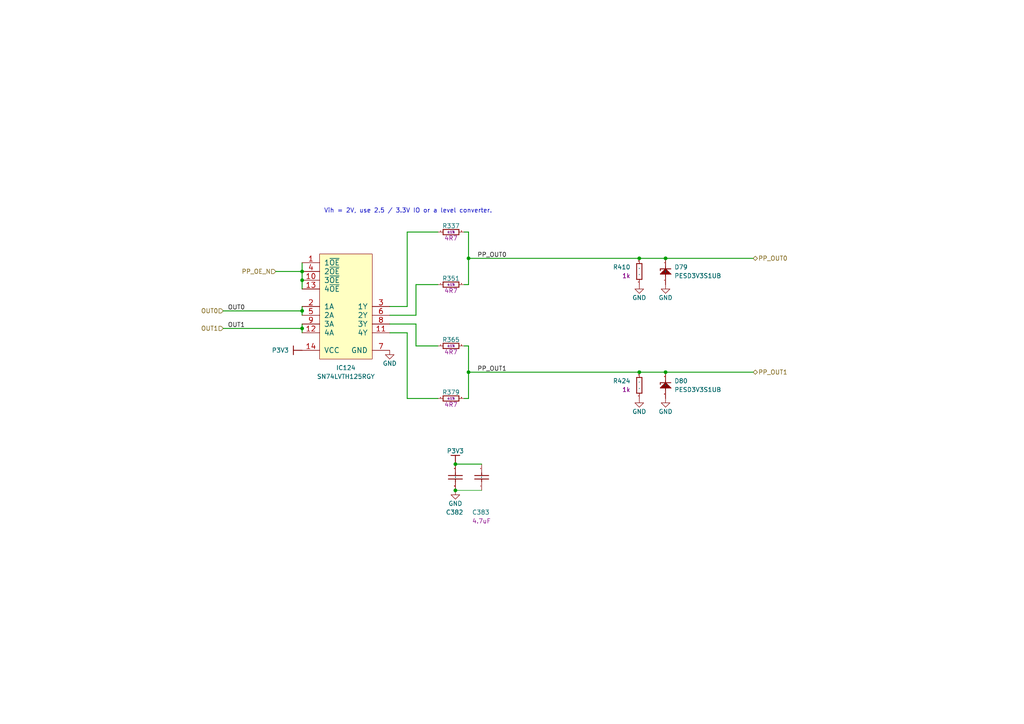
<source format=kicad_sch>
(kicad_sch (version 20250114) (generator "eeschema") (generator_version "9.0")
  (paper "A4")
  (lib_symbols
    (symbol "Capacitors SMD:CC0402_100NF_16V_10%_X7R" (pin_names (offset 1.27))
      (property "Reference" "C" (at 3.81 3.048 0))
      (property "Description" "100nF" (at 3.81 -3.048 0))
      (symbol "CC0402_100NF_16V_10%_X7R_0_1"
        (polyline (pts (xy 2.54 0) (xy 3.302 0)) (stroke (width 0.254)))
        (polyline (pts (xy 3.302 -2.032) (xy 3.302 2.032)) (stroke (width 0.254)))
        (polyline (pts (xy 4.318 2.032) (xy 4.318 -2.032)) (stroke (width 0.254)))
        (polyline (pts (xy 5.08 0) (xy 4.318 0)) (stroke (width 0.254)))
        (pin passive line (at 0 0 0) (length 2.54) (name "1") (number "1"))
        (pin passive line (at 7.62 0 180) (length 2.54) (name "2") (number "2"))
      )
    )
    (symbol "Capacitors SMD:CC0402_4.7UF_6.3V_20%_X5R" (pin_names (offset 1.27))
      (property "Reference" "C" (at 3.81 3.048 0))
      (property "Val" "4.7uF" (at 3.81 -3.048 0))
      (symbol "CC0402_4.7UF_6.3V_20%_X5R_0_1"
        (polyline (pts (xy 2.54 0) (xy 3.302 0)) (stroke (width 0.254)))
        (polyline (pts (xy 3.302 -2.032) (xy 3.302 2.032)) (stroke (width 0.254)))
        (polyline (pts (xy 4.318 2.032) (xy 4.318 -2.032)) (stroke (width 0.254)))
        (polyline (pts (xy 5.08 0) (xy 4.318 0)) (stroke (width 0.254)))
        (pin passive line (at 0 0 0) (length 2.54) (name "1") (number "1"))
        (pin passive line (at 7.62 0 180) (length 2.54) (name "2") (number "2"))
      )
    )
    (symbol "Diodes:PESD3V3S1UB" (pin_names (offset 1.27))
      (property "Reference" "D" (at 3.81 2.54 0))
      (symbol "PESD3V3S1UB_0_1"
        (polyline (pts (xy 2.54 0) (xy 5.08 0)) (stroke (width 0.254)))
        (polyline (pts (xy 3.048 -1.524) (xy 4.572 0) (xy 3.048 1.524) (xy 3.048 -1.524)) (stroke (width 0.254)) (fill (type outline)))
        (polyline (pts (xy 4.572 1.524) (xy 4.064 1.524)) (stroke (width 0.254)))
        (polyline (pts (xy 4.572 1.524) (xy 4.572 -1.524)) (stroke (width 0.254)))
        (pin passive line (at 0 0 0) (length 2.54) (name "A") (number "2"))
        (pin passive line (at 7.62 0 180) (length 2.54) (name "C") (number "1"))
      )
    )
    (symbol "R0402_1K_1%_0.0625W_100PPM_4" (pin_names (offset 1.27))
      (property "Reference" "R" (at 3.81 1.778 0))
      (property "Tolerance" "±1%" (at 3.81 0 0))
      (property "Val" "1k" (at 3.81 -1.778 0))
      (symbol "R0402_1K_1%_0.0625W_100PPM_4_0_1"
        (polyline (pts (xy 1.524 0.762) (xy 1.524 -0.762)) (stroke (width 0.254)))
        (polyline (pts (xy 1.524 -0.762) (xy 6.096 -0.762)) (stroke (width 0.254)))
        (polyline (pts (xy 6.096 0.762) (xy 1.524 0.762)) (stroke (width 0.254)))
        (polyline (pts (xy 6.096 -0.762) (xy 6.096 0.762)) (stroke (width 0.254)))
        (pin passive line (at 0 0 0) (length 1.524) (name "1") (number "1"))
        (pin passive line (at 7.62 0 180) (length 1.524) (name "2") (number "2"))
      )
    )
    (symbol "R0402_1K_1%_0.0625W_100PPM_5" (pin_names (offset 1.27))
      (property "Reference" "R" (at 3.81 1.778 0))
      (property "Tolerance" "±1%" (at 3.81 0 0))
      (property "Val" "1k" (at 3.81 -1.778 0))
      (symbol "R0402_1K_1%_0.0625W_100PPM_5_0_1"
        (polyline (pts (xy 1.524 0.762) (xy 1.524 -0.762)) (stroke (width 0.254)))
        (polyline (pts (xy 1.524 -0.762) (xy 6.096 -0.762)) (stroke (width 0.254)))
        (polyline (pts (xy 6.096 0.762) (xy 1.524 0.762)) (stroke (width 0.254)))
        (polyline (pts (xy 6.096 -0.762) (xy 6.096 0.762)) (stroke (width 0.254)))
        (pin passive line (at 0 0 0) (length 1.524) (name "1") (number "1"))
        (pin passive line (at 7.62 0 180) (length 1.524) (name "2") (number "2"))
      )
    )
    (symbol "R0402_4R7_1%_0.0625W_200PPM_1" (pin_names (offset 1.27))
      (property "Reference" "R" (at 3.81 1.778 0))
      (property "Tolerance" "±1%" (at 3.81 0 0))
      (property "Val" "4R7" (at 3.81 -1.778 0))
      (symbol "R0402_4R7_1%_0.0625W_200PPM_1_0_1"
        (polyline (pts (xy 1.524 0.762) (xy 1.524 -0.762)) (stroke (width 0.254)))
        (polyline (pts (xy 1.524 -0.762) (xy 6.096 -0.762)) (stroke (width 0.254)))
        (polyline (pts (xy 6.096 0.762) (xy 1.524 0.762)) (stroke (width 0.254)))
        (polyline (pts (xy 6.096 -0.762) (xy 6.096 0.762)) (stroke (width 0.254)))
        (pin passive line (at 0 0 0) (length 1.524) (name "1") (number "1"))
        (pin passive line (at 7.62 0 180) (length 1.524) (name "2") (number "2"))
      )
    )
    (symbol "R0402_4R7_1%_0.0625W_200PPM_10" (pin_names (offset 1.27))
      (property "Reference" "R" (at 3.81 1.778 0))
      (property "Tolerance" "±1%" (at 3.81 0 0))
      (property "Val" "4R7" (at 3.81 -1.778 0))
      (symbol "R0402_4R7_1%_0.0625W_200PPM_10_0_1"
        (polyline (pts (xy 1.524 0.762) (xy 1.524 -0.762)) (stroke (width 0.254)))
        (polyline (pts (xy 1.524 -0.762) (xy 6.096 -0.762)) (stroke (width 0.254)))
        (polyline (pts (xy 6.096 0.762) (xy 1.524 0.762)) (stroke (width 0.254)))
        (polyline (pts (xy 6.096 -0.762) (xy 6.096 0.762)) (stroke (width 0.254)))
        (pin passive line (at 0 0 0) (length 1.524) (name "1") (number "1"))
        (pin passive line (at 7.62 0 180) (length 1.524) (name "2") (number "2"))
      )
    )
    (symbol "R0402_4R7_1%_0.0625W_200PPM_5" (pin_names (offset 1.27))
      (property "Reference" "R" (at 3.81 1.778 0))
      (property "Tolerance" "±1%" (at 3.81 0 0))
      (property "Val" "4R7" (at 3.81 -1.778 0))
      (symbol "R0402_4R7_1%_0.0625W_200PPM_5_0_1"
        (polyline (pts (xy 1.524 0.762) (xy 1.524 -0.762)) (stroke (width 0.254)))
        (polyline (pts (xy 1.524 -0.762) (xy 6.096 -0.762)) (stroke (width 0.254)))
        (polyline (pts (xy 6.096 0.762) (xy 1.524 0.762)) (stroke (width 0.254)))
        (polyline (pts (xy 6.096 -0.762) (xy 6.096 0.762)) (stroke (width 0.254)))
        (pin passive line (at 0 0 0) (length 1.524) (name "1") (number "1"))
        (pin passive line (at 7.62 0 180) (length 1.524) (name "2") (number "2"))
      )
    )
    (symbol "R0402_4R7_1%_0.0625W_200PPM_9" (pin_names (offset 1.27))
      (property "Reference" "R" (at 3.81 1.778 0))
      (property "Tolerance" "±1%" (at 3.81 0 0))
      (property "Val" "4R7" (at 3.81 -1.778 0))
      (symbol "R0402_4R7_1%_0.0625W_200PPM_9_0_1"
        (polyline (pts (xy 1.524 0.762) (xy 1.524 -0.762)) (stroke (width 0.254)))
        (polyline (pts (xy 1.524 -0.762) (xy 6.096 -0.762)) (stroke (width 0.254)))
        (polyline (pts (xy 6.096 0.762) (xy 1.524 0.762)) (stroke (width 0.254)))
        (polyline (pts (xy 6.096 -0.762) (xy 6.096 0.762)) (stroke (width 0.254)))
        (pin passive line (at 0 0 0) (length 1.524) (name "1") (number "1"))
        (pin passive line (at 7.62 0 180) (length 1.524) (name "2") (number "2"))
      )
    )
    (symbol "Standard Logic:SN74LVTH125RGY" (pin_names (offset 1.27))
      (property "Reference" "IC" (at 7.62 1.27 0))
      (symbol "SN74LVTH125RGY_0_1"
        (rectangle (start 0 -30.48) (end 15.24 0) (fill (type background)))
        (pin input line (at -5.08 -2.54 0) (length 5.08) (name "1~{OE}") (number "1"))
        (pin input line (at -5.08 -5.08 0) (length 5.08) (name "2~{OE}") (number "4"))
        (pin input line (at -5.08 -7.62 0) (length 5.08) (name "3~{OE}") (number "10"))
        (pin input line (at -5.08 -10.16 0) (length 5.08) (name "4~{OE}") (number "13"))
        (pin input line (at -5.08 -15.24 0) (length 5.08) (name "1A") (number "2"))
        (pin input line (at -5.08 -17.78 0) (length 5.08) (name "2A") (number "5"))
        (pin input line (at -5.08 -20.32 0) (length 5.08) (name "3A") (number "9"))
        (pin input line (at -5.08 -22.86 0) (length 5.08) (name "4A") (number "12"))
        (pin power_in line (at -5.08 -27.94 0) (length 5.08) (name "VCC") (number "14"))
        (pin tri_state line (at 20.32 -15.24 180) (length 5.08) (name "1Y") (number "3"))
        (pin tri_state line (at 20.32 -17.78 180) (length 5.08) (name "2Y") (number "6"))
        (pin tri_state line (at 20.32 -20.32 180) (length 5.08) (name "3Y") (number "8"))
        (pin tri_state line (at 20.32 -22.86 180) (length 5.08) (name "4Y") (number "11"))
        (pin power_in line (at 20.32 -27.94 180) (length 5.08) (name "GND") (number "7"))
      )
    )
    (symbol "power:GND" (power) (pin_names (offset 0))
      (property "Value" "GND" (at 0 -3.81 0))
      (symbol "GND_0_1"
        (polyline (pts (xy 0 0) (xy 0 -1.27) (xy 1.27 -1.27) (xy 0 -2.54) (xy -1.27 -1.27) (xy 0 -1.27)))
      )
      (symbol "GND_1_1"
        (pin power_in line (at 0 0 270) (length 0) (hide yes) (name "GND") (number "1"))
      )
    )
    (symbol "vme-wren:P3V3" (power)
      (property "Value" "P3V3" (at 0 -3.81 0))
      (symbol "P3V3_0_0"
        (polyline (pts (xy -1.27 -2.54) (xy 1.27 -2.54)) (stroke (width 0.254)))
        (polyline (pts (xy 0 0) (xy 0 -2.54)) (stroke (width 0.254)))
        (pin power_in line (at 0 0 0) (length 0) (hide yes) (name "P3V3") (number ""))
      )
    )
  )
  (text "Vih = 2V, use 2.5 / 3.3V IO or a level converter." (at 118.364 61.214 0) (effects (font (size 1.27 1.27))))
  (junction (at 135.89 107.95))
  (junction (at 132.08 134.62))
  (junction (at 132.08 142.24))
  (junction (at 193.04 74.93))
  (junction (at 87.63 90.17))
  (junction (at 185.42 74.93))
  (junction (at 87.63 81.28))
  (junction (at 135.89 74.93))
  (junction (at 193.04 107.95))
  (junction (at 87.63 78.74))
  (junction (at 185.42 107.95))
  (junction (at 87.63 95.25))
  (wire (pts (xy 87.63 93.98) (xy 87.63 95.25)) (stroke (width 0.254)))
  (wire (pts (xy 135.89 107.95) (xy 185.42 107.95)) (stroke (width 0.254)))
  (wire (pts (xy 218.44 107.95) (xy 193.04 107.95)) (stroke (width 0.254)))
  (wire (pts (xy 87.63 90.17) (xy 87.63 91.44)) (stroke (width 0.254)))
  (wire (pts (xy 135.89 107.95) (xy 135.89 115.57)) (stroke (width 0.254)))
  (wire (pts (xy 87.63 95.25) (xy 87.63 96.52)) (stroke (width 0.254)))
  (wire (pts (xy 113.03 93.98) (xy 120.65 93.98)) (stroke (width 0.254)))
  (wire (pts (xy 135.89 82.55) (xy 134.62 82.55)) (stroke (width 0.254)))
  (wire (pts (xy 185.42 107.95) (xy 193.04 107.95)) (stroke (width 0.254)))
  (wire (pts (xy 120.65 82.55) (xy 127 82.55)) (stroke (width 0.254)))
  (wire (pts (xy 118.11 88.9) (xy 113.03 88.9)) (stroke (width 0.254)))
  (wire (pts (xy 135.89 100.33) (xy 135.89 107.95)) (stroke (width 0.254)))
  (wire (pts (xy 118.11 115.57) (xy 127 115.57)) (stroke (width 0.254)))
  (wire (pts (xy 113.03 91.44) (xy 120.65 91.44)) (stroke (width 0.254)))
  (wire (pts (xy 120.65 100.33) (xy 127 100.33)) (stroke (width 0.254)))
  (wire (pts (xy 135.89 115.57) (xy 134.62 115.57)) (stroke (width 0.254)))
  (wire (pts (xy 113.03 96.52) (xy 118.11 96.52)) (stroke (width 0.254)))
  (wire (pts (xy 80.01 78.74) (xy 87.63 78.74)) (stroke (width 0.254)))
  (wire (pts (xy 127 67.31) (xy 118.11 67.31)) (stroke (width 0.254)))
  (wire (pts (xy 134.62 67.31) (xy 135.89 67.31)) (stroke (width 0.254)))
  (wire (pts (xy 64.77 95.25) (xy 87.63 95.25)) (stroke (width 0.254)))
  (wire (pts (xy 87.63 88.9) (xy 87.63 90.17)) (stroke (width 0.254)))
  (wire (pts (xy 87.63 78.74) (xy 87.63 81.28)) (stroke (width 0.254)))
  (wire (pts (xy 134.62 100.33) (xy 135.89 100.33)) (stroke (width 0.254)))
  (wire (pts (xy 87.63 90.17) (xy 64.77 90.17)) (stroke (width 0.254)))
  (wire (pts (xy 185.42 74.93) (xy 193.04 74.93)) (stroke (width 0.254)))
  (wire (pts (xy 132.08 142.24) (xy 139.7 142.24)))
  (wire (pts (xy 120.65 91.44) (xy 120.65 82.55)) (stroke (width 0.254)))
  (wire (pts (xy 118.11 67.31) (xy 118.11 88.9)) (stroke (width 0.254)))
  (wire (pts (xy 87.63 81.28) (xy 87.63 83.82)) (stroke (width 0.254)))
  (wire (pts (xy 120.65 93.98) (xy 120.65 100.33)) (stroke (width 0.254)))
  (wire (pts (xy 135.89 67.31) (xy 135.89 74.93)) (stroke (width 0.254)))
  (wire (pts (xy 193.04 74.93) (xy 218.44 74.93)) (stroke (width 0.254)))
  (wire (pts (xy 135.89 74.93) (xy 135.89 82.55)) (stroke (width 0.254)))
  (wire (pts (xy 87.63 76.2) (xy 87.63 78.74)) (stroke (width 0.254)))
  (wire (pts (xy 135.89 74.93) (xy 185.42 74.93)) (stroke (width 0.254)))
  (wire (pts (xy 132.08 134.62) (xy 139.7 134.62)) (stroke (width 0.254)))
  (wire (pts (xy 118.11 96.52) (xy 118.11 115.57)) (stroke (width 0.254)))
  (label "PP_OUT0" (at 138.43 74.93 0))
  (label "PP_OUT1" (at 138.43 107.95 0))
  (label "OUT0" (at 66.04 90.17 0))
  (label "OUT1" (at 66.04 95.25 0))
  (hierarchical_label "OUT0" (shape input) (at 64.77 90.17 180))
  (hierarchical_label "PP_OUT0" (shape bidirectional) (at 218.44 74.93 0))
  (hierarchical_label "OUT1" (shape input) (at 64.77 95.25 180))
  (hierarchical_label "PP_OE_N" (shape input) (at 80.01 78.74 180))
  (hierarchical_label "PP_OUT1" (shape bidirectional) (at 218.44 107.95 0))
  (symbol (lib_id "Capacitors SMD:CC0402_4.7UF_6.3V_20%_X5R") (at 139.7 142.24 90) (unit 1)
    (property "Reference" "C381" (at 136.906 148.5899 90) (effects (justify right)))
    (property "Value" "CC0402_4.7UF_6.3V_20%_X5R" (effects (hide yes)))
    (property "Footprint" "Capacitors SMD:CAPC1005X55N" (effects (hide yes)))
    (property "SMD" "Yes" (effects (hide yes)))
    (property "Val" "4.7uF" (at 136.906 151.1299 90) (effects (justify right)))
    (property "Part Number" "CC0402_4.7UF_6.3V_20%_X5R" (effects (hide yes)))
    (property "Library Ref" "Capacitor - non polarized" (effects (hide yes)))
    (property "Library Path" "SchLib\\Capacitors.SchLib" (effects (hide yes)))
    (property "Comment" "4.7uF" (effects (hide yes)))
    (property "Component Kind" "Standard" (effects (hide yes)))
    (property "Component Type" "Standard" (effects (hide yes)))
    (property "Pin Count" "2" (effects (hide yes)))
    (property "Footprint Path" "PcbLib\\Capacitors SMD.PcbLib" (effects (hide yes)))
    (property "Footprint Ref" "CAPC1005X55N" (effects (hide yes)))
    (property "PackageDescription" " " (effects (hide yes)))
    (property "Status" "Preferred" (effects (hide yes)))
    (property "Status Comment" " " (effects (hide yes)))
    (property "Voltage" "6.3V" (effects (hide yes)))
    (property "Tolerance" "±20%" (effects (hide yes)))
    (property "Part Description" "SMD Multilayer Chip Ceramic Capacitor" (effects (hide yes)))
    (property "Manufacturer" "GENERIC" (effects (hide yes)))
    (property "Manufacturer Part Number" "CC0402_4.7UF_6.3V_20%_X5R" (effects (hide yes)))
    (property "Case" "0402" (effects (hide yes)))
    (property "Mounted" "Yes" (effects (hide yes)))
    (property "Socket" "No" (effects (hide yes)))
    (property "PressFit" " " (effects (hide yes)))
    (property "Sense" "No" (effects (hide yes)))
    (property "Sense Comment" " " (effects (hide yes)))
    (property "ComponentHeight" " " (effects (hide yes)))
    (property "Manufacturer1 Example" "TDK" (effects (hide yes)))
    (property "Manufacturer1 Part Number" "C1005X5R0J475M050" (effects (hide yes)))
    (property "Manufacturer1 ComponentHeight" "0.65mm" (effects (hide yes)))
    (property "Author" "CERN DEM JLC" (effects (hide yes)))
    (property "CreateDate" "03/03/15 00:00:00" (effects (hide yes)))
    (property "LatestRevisionDate" "03/03/15 00:00:00" (effects (hide yes)))
    (property "Database Table Name" "Capacitors" (effects (hide yes)))
    (property "Library Name" "Capacitors SMD" (effects (hide yes)))
    (property "Footprint Library" "Capacitors SMD" (effects (hide yes)))
    (property "License" "CC-BY-SA 4.0" (effects (hide yes)))
    (instances (project "vme-wren" (path "" (reference "C383") (unit 1)) (path "" (reference "C387") (unit 1)) (path "" (reference "C381") (unit 1)) (path "" (reference "C385") (unit 1)) (path "" (reference "C518") (unit 1)) (path "" (reference "C522") (unit 1)) (path "" (reference "C524") (unit 1)) (path "" (reference "C520") (unit 1)) (path "" (reference "C528") (unit 1)) (path "" (reference "C532") (unit 1)) (path "" (reference "C530") (unit 1)) (path "" (reference "C534") (unit 1)) (path "" (reference "C544") (unit 1)) (path "" (reference "C538") (unit 1)) (path "" (reference "C542") (unit 1)) (path "" (reference "C540") (unit 1))))
  )
  (symbol (lib_id "vme-wren:P3V3") (at 132.08 134.62 180) (unit 1)
    (property "Reference" "#PWR0366" (effects (hide yes)))
    (property "Value" "P3V3" (at 132.08 130.81 0))
    (instances (project "vme-wren" (path "" (reference "#PWR0691") (unit 1)) (path "" (reference "#PWR0715") (unit 1)) (path "" (reference "#PWR0366") (unit 1)) (path "" (reference "#PWR0703") (unit 1)) (path "" (reference "#PWR01140") (unit 1)) (path "" (reference "#PWR01156") (unit 1)) (path "" (reference "#PWR01164") (unit 1)) (path "" (reference "#PWR01148") (unit 1)) (path "" (reference "#PWR01182") (unit 1)) (path "" (reference "#PWR01198") (unit 1)) (path "" (reference "#PWR01190") (unit 1)) (path "" (reference "#PWR01206") (unit 1)) (path "" (reference "#PWR01248") (unit 1)) (path "" (reference "#PWR01224") (unit 1)) (path "" (reference "#PWR01240") (unit 1)) (path "" (reference "#PWR01232") (unit 1))))
  )
  (symbol (lib_id "Diodes:PESD3V3S1UB") (at 193.04 115.57 90) (unit 1)
    (property "Reference" "D78" (at 195.58 110.4899 90) (effects (justify right)))
    (property "Value" "PESD3V3S1UB" (at 195.58 113.0299 90) (effects (justify right)))
    (property "Footprint" "ICs And Semiconductors SMD:SODFL1608X65N" (effects (hide yes)))
    (property "SMD" "Yes" (effects (hide yes)))
    (property "Part Number" "PESD3V3S1UB" (effects (hide yes)))
    (property "Library Ref" "Diode ESD" (effects (hide yes)))
    (property "Library Path" "SchLib\\Diodes.SchLib" (effects (hide yes)))
    (property "Comment" "PESD3V3S1UB" (effects (hide yes)))
    (property "Component Kind" "Standard" (effects (hide yes)))
    (property "Component Type" "Standard" (effects (hide yes)))
    (property "Device" "PESD3V3S1UB" (effects (hide yes)))
    (property "PackageDescription" "Ultra Small Outline Diode Flat Lead (SOD-523), Body; 1.2mm L X 0.8mm W X 0.65mm H, IPC Medium Density" (effects (hide yes)))
    (property "Voltage" "3V3" (effects (hide yes)))
    (property "Power" "330W" (effects (hide yes)))
    (property "Status" " " (effects (hide yes)))
    (property "Part Description" "ESD protection diode (23kV)" (effects (hide yes)))
    (property "Manufacturer" "NXP SEMICONDUCTORS" (effects (hide yes)))
    (property "Manufacturer Part Number" "PESD3V3S1UB" (effects (hide yes)))
    (property "Pin Count" "2" (effects (hide yes)))
    (property "Case" "SOD523" (effects (hide yes)))
    (property "Mounted" "Yes" (effects (hide yes)))
    (property "Socket" "No" (effects (hide yes)))
    (property "PressFit" "No" (effects (hide yes)))
    (property "Sense" "No" (effects (hide yes)))
    (property "Sense Comment" " " (effects (hide yes)))
    (property "Bonding" "No" (effects (hide yes)))
    (property "Status Comment" " " (effects (hide yes)))
    (property "ComponentHeight" "0.65mm" (effects (hide yes)))
    (property "Footprint Path" "PcbLib\\ICs And Semiconductors SMD.PcbLib" (effects (hide yes)))
    (property "Footprint Ref" "SODFL1608X65N" (effects (hide yes)))
    (property "ComponentLink1URL" " " (effects (hide yes)))
    (property "ComponentLink1Description" " " (effects (hide yes)))
    (property "ComponentLink2URL" " " (effects (hide yes)))
    (property "ComponentLink2Description" " " (effects (hide yes)))
    (property "Author" "CERN DEM JLC" (effects (hide yes)))
    (property "CreateDate" "11/29/12 00:00:00" (effects (hide yes)))
    (property "LatestRevisionDate" "11/29/12 00:00:00" (effects (hide yes)))
    (property "Database Table Name" "ICs And Semiconductors" (effects (hide yes)))
    (property "Library Name" "Diodes" (effects (hide yes)))
    (property "Footprint Library" "ICs And Semiconductors SMD" (effects (hide yes)))
    (property "License" "CC-BY-SA 4.0" (effects (hide yes)))
    (instances (project "vme-wren" (path "" (reference "D80") (unit 1)) (path "" (reference "D84") (unit 1)) (path "" (reference "D78") (unit 1)) (path "" (reference "D82") (unit 1)) (path "" (reference "D76") (unit 1)) (path "" (reference "D88") (unit 1)) (path "" (reference "D90") (unit 1)) (path "" (reference "D86") (unit 1)) (path "" (reference "D92") (unit 1)) (path "" (reference "D96") (unit 1)) (path "" (reference "D94") (unit 1)) (path "" (reference "D98") (unit 1)) (path "" (reference "D106") (unit 1)) (path "" (reference "D100") (unit 1)) (path "" (reference "D104") (unit 1)) (path "" (reference "D102") (unit 1))))
  )
  (symbol (lib_id "power:GND") (at 193.04 115.57 0) (unit 1)
    (property "Reference" "#PWR0521" (effects (hide yes)))
    (property "Value" "GND" (at 193.04 119.38 0))
    (property "Description" "GROUND power-flag symbol" (effects (hide yes)))
    (instances (project "vme-wren" (path "" (reference "#PWR0698") (unit 1)) (path "" (reference "#PWR01135") (unit 1)) (path "" (reference "#PWR0521") (unit 1)) (path "" (reference "#PWR0710") (unit 1)) (path "" (reference "#PWR01145") (unit 1)) (path "" (reference "#PWR01161") (unit 1)) (path "" (reference "#PWR01169") (unit 1)) (path "" (reference "#PWR01153") (unit 1)) (path "" (reference "#PWR01187") (unit 1)) (path "" (reference "#PWR01203") (unit 1)) (path "" (reference "#PWR01195") (unit 1)) (path "" (reference "#PWR01211") (unit 1)) (path "" (reference "#PWR01253") (unit 1)) (path "" (reference "#PWR01229") (unit 1)) (path "" (reference "#PWR01245") (unit 1)) (path "" (reference "#PWR01237") (unit 1))))
  )
  (symbol (lib_name "R0402_4R7_1%_0.0625W_200PPM_9") (lib_id "Resistors SMD:R0402_4R7_1%_0.0625W_200PPM") (at 127 67.31 0) (unit 1)
    (property "Reference" "R93" (at 130.81 65.532 0))
    (property "Value" "R0402_4R7_1%_0.0625W_200PPM" (effects (hide yes)))
    (property "Footprint" "Resistors SMD:RESC1005X40N" (effects (hide yes)))
    (property "SMD" "Yes" (effects (hide yes)))
    (property "Tolerance" "±1%" (at 130.81 67.31 0) (effects (font (size 0.635 0.635))))
    (property "Val" "4R7" (at 130.81 69.088 0))
    (property "Part Number" "R0402_4R7_1%_0.0625W_200PPM" (effects (hide yes)))
    (property "Library Ref" "Resistor - 1%" (effects (hide yes)))
    (property "Library Path" "SchLib\\Resistors.SchLib" (effects (hide yes)))
    (property "Comment" "4R7" (effects (hide yes)))
    (property "Component Kind" "Standard" (effects (hide yes)))
    (property "Component Type" "Standard" (effects (hide yes)))
    (property "PackageDescription" " " (effects (hide yes)))
    (property "Pin Count" "2" (effects (hide yes)))
    (property "Footprint Path" "PcbLib\\Resistors SMD.PcbLib" (effects (hide yes)))
    (property "Footprint Ref" "RESC1005X40N" (effects (hide yes)))
    (property "Status" "Not Recommended" (effects (hide yes)))
    (property "Power" "0.0625W" (effects (hide yes)))
    (property "Voltage" " " (effects (hide yes)))
    (property "Part Description" "General Purpose Thick Film Chip Resistor" (effects (hide yes)))
    (property "Manufacturer" "GENERIC" (effects (hide yes)))
    (property "Manufacturer Part Number" "R0402_4R7_1%_0.0625W_200PPM" (effects (hide yes)))
    (property "Case" "0402" (effects (hide yes)))
    (property "PressFit" "No" (effects (hide yes)))
    (property "Mounted" "Yes" (effects (hide yes)))
    (property "Sense Comment" " " (effects (hide yes)))
    (property "Sense" "No" (effects (hide yes)))
    (property "Status Comment" " " (effects (hide yes)))
    (property "Socket" "No" (effects (hide yes)))
    (property "ComponentHeight" " " (effects (hide yes)))
    (property "Manufacturer1 Example" "YAGEO PHYCOMP" (effects (hide yes)))
    (property "Manufacturer1 Part Number" "232270674708L" (effects (hide yes)))
    (property "Manufacturer1 ComponentHeight" "0.4mm" (effects (hide yes)))
    (property "Author" "CERN DEM JLC" (effects (hide yes)))
    (property "CreateDate" "12/03/07 00:00:00" (effects (hide yes)))
    (property "LatestRevisionDate" "10/17/12 00:00:00" (effects (hide yes)))
    (property "Database Table Name" "Resistors" (effects (hide yes)))
    (property "Library Name" "Resistors SMD" (effects (hide yes)))
    (property "Footprint Library" "Resistors SMD" (effects (hide yes)))
    (property "License" "CC-BY-SA 4.0" (effects (hide yes)))
    (instances (project "vme-wren" (path "" (reference "R337") (unit 1)) (path "" (reference "R512") (unit 1)) (path "" (reference "R93") (unit 1)) (path "" (reference "R438") (unit 1)) (path "" (reference "R218") (unit 1)) (path "" (reference "R524") (unit 1)) (path "" (reference "R530") (unit 1)) (path "" (reference "R518") (unit 1)) (path "" (reference "R536") (unit 1)) (path "" (reference "R548") (unit 1)) (path "" (reference "R542") (unit 1)) (path "" (reference "R554") (unit 1)) (path "" (reference "R578") (unit 1)) (path "" (reference "R560") (unit 1)) (path "" (reference "R572") (unit 1)) (path "" (reference "R566") (unit 1))))
  )
  (symbol (lib_id "power:GND") (at 113.03 101.6 0) (unit 1)
    (property "Reference" "#PWR0365" (effects (hide yes)))
    (property "Value" "GND" (at 113.03 105.41 0))
    (property "Description" "GROUND power-flag symbol" (effects (hide yes)))
    (instances (project "vme-wren" (path "" (reference "#PWR0690") (unit 1)) (path "" (reference "#PWR0714") (unit 1)) (path "" (reference "#PWR0365") (unit 1)) (path "" (reference "#PWR0702") (unit 1)) (path "" (reference "#PWR01139") (unit 1)) (path "" (reference "#PWR01155") (unit 1)) (path "" (reference "#PWR01163") (unit 1)) (path "" (reference "#PWR01147") (unit 1)) (path "" (reference "#PWR01181") (unit 1)) (path "" (reference "#PWR01197") (unit 1)) (path "" (reference "#PWR01189") (unit 1)) (path "" (reference "#PWR01205") (unit 1)) (path "" (reference "#PWR01247") (unit 1)) (path "" (reference "#PWR01223") (unit 1)) (path "" (reference "#PWR01239") (unit 1)) (path "" (reference "#PWR01231") (unit 1))))
  )
  (symbol (lib_id "power:GND") (at 193.04 82.55 0) (unit 1)
    (property "Reference" "#PWR0376" (effects (hide yes)))
    (property "Value" "GND" (at 193.04 86.36 0))
    (property "Description" "GROUND power-flag symbol" (effects (hide yes)))
    (instances (project "vme-wren" (path "" (reference "#PWR0696") (unit 1)) (path "" (reference "#PWR01134") (unit 1)) (path "" (reference "#PWR0376") (unit 1)) (path "" (reference "#PWR0708") (unit 1)) (path "" (reference "#PWR01144") (unit 1)) (path "" (reference "#PWR01160") (unit 1)) (path "" (reference "#PWR01168") (unit 1)) (path "" (reference "#PWR01152") (unit 1)) (path "" (reference "#PWR01186") (unit 1)) (path "" (reference "#PWR01202") (unit 1)) (path "" (reference "#PWR01194") (unit 1)) (path "" (reference "#PWR01210") (unit 1)) (path "" (reference "#PWR01252") (unit 1)) (path "" (reference "#PWR01228") (unit 1)) (path "" (reference "#PWR01244") (unit 1)) (path "" (reference "#PWR01236") (unit 1))))
  )
  (symbol (lib_id "power:GND") (at 185.42 82.55 0) (unit 1)
    (property "Reference" "#PWR0369" (effects (hide yes)))
    (property "Value" "GND" (at 185.42 86.36 0))
    (property "Description" "GROUND power-flag symbol" (effects (hide yes)))
    (instances (project "vme-wren" (path "" (reference "#PWR0694") (unit 1)) (path "" (reference "#PWR0717") (unit 1)) (path "" (reference "#PWR0369") (unit 1)) (path "" (reference "#PWR0705") (unit 1)) (path "" (reference "#PWR01142") (unit 1)) (path "" (reference "#PWR01158") (unit 1)) (path "" (reference "#PWR01166") (unit 1)) (path "" (reference "#PWR01150") (unit 1)) (path "" (reference "#PWR01184") (unit 1)) (path "" (reference "#PWR01200") (unit 1)) (path "" (reference "#PWR01192") (unit 1)) (path "" (reference "#PWR01208") (unit 1)) (path "" (reference "#PWR01250") (unit 1)) (path "" (reference "#PWR01226") (unit 1)) (path "" (reference "#PWR01242") (unit 1)) (path "" (reference "#PWR01234") (unit 1))))
  )
  (symbol (lib_id "Capacitors SMD:CC0402_100NF_16V_10%_X7R") (at 132.08 134.62 270) (unit 1)
    (property "Reference" "C380" (at 129.286 148.5899 90) (effects (justify left)))
    (property "Value" "CC0402_100NF_16V_10%_X7R" (effects (hide yes)))
    (property "Footprint" "Capacitors SMD:CAPC1005X55N" (effects (hide yes)))
    (property "Description" "100nF" (effects (hide yes)))
    (property "SMD" "Yes" (effects (hide yes)))
    (property "Part Number" "CC0402_100NF_16V_10%_X7R" (effects (hide yes)))
    (property "Library Ref" "Capacitor - non polarized" (effects (hide yes)))
    (property "Library Path" "SchLib\\Capacitors.SchLib" (effects (hide yes)))
    (property "Comment" "100nF" (effects (hide yes)))
    (property "Component Kind" "Standard" (effects (hide yes)))
    (property "Component Type" "Standard" (effects (hide yes)))
    (property "Pin Count" "2" (effects (hide yes)))
    (property "Footprint Path" "PcbLib\\Capacitors SMD.PcbLib" (effects (hide yes)))
    (property "Footprint Ref" "CAPC1005X55N" (effects (hide yes)))
    (property "PackageDescription" " " (effects (hide yes)))
    (property "Status" "Not Recommended" (effects (hide yes)))
    (property "Status Comment" " " (effects (hide yes)))
    (property "Voltage" "16V" (effects (hide yes)))
    (property "Tolerance" "±10%" (effects (hide yes)))
    (property "Part Description" "SMD Multilayer Chip Ceramic Capacitor" (effects (hide yes)))
    (property "Manufacturer" "GENERIC" (effects (hide yes)))
    (property "Manufacturer Part Number" "CC0402_100NF_16V_10%_X7R" (effects (hide yes)))
    (property "Case" "0402" (effects (hide yes)))
    (property "Mounted" "Yes" (effects (hide yes)))
    (property "Socket" "No" (effects (hide yes)))
    (property "PressFit" " " (effects (hide yes)))
    (property "Sense" "No" (effects (hide yes)))
    (property "Sense Comment" " " (effects (hide yes)))
    (property "ComponentHeight" " " (effects (hide yes)))
    (property "Manufacturer1 Example" "MURATA" (effects (hide yes)))
    (property "Manufacturer1 Part Number" "GRM155R71C104KA88D" (effects (hide yes)))
    (property "Manufacturer1 ComponentHeight" "0.55mm" (effects (hide yes)))
    (property "Author" "CERN DEM JLC" (effects (hide yes)))
    (property "CreateDate" "12/05/13 00:00:00" (effects (hide yes)))
    (property "LatestRevisionDate" "12/03/07 00:00:00" (effects (hide yes)))
    (property "Database Table Name" "Capacitors" (effects (hide yes)))
    (property "Library Name" "Capacitors SMD" (effects (hide yes)))
    (property "Footprint Library" "Capacitors SMD" (effects (hide yes)))
    (property "License" "CC-BY-SA 4.0" (effects (hide yes)))
    (instances (project "vme-wren" (path "" (reference "C382") (unit 1)) (path "" (reference "C386") (unit 1)) (path "" (reference "C380") (unit 1)) (path "" (reference "C384") (unit 1)) (path "" (reference "C517") (unit 1)) (path "" (reference "C521") (unit 1)) (path "" (reference "C523") (unit 1)) (path "" (reference "C519") (unit 1)) (path "" (reference "C527") (unit 1)) (path "" (reference "C531") (unit 1)) (path "" (reference "C529") (unit 1)) (path "" (reference "C533") (unit 1)) (path "" (reference "C543") (unit 1)) (path "" (reference "C537") (unit 1)) (path "" (reference "C541") (unit 1)) (path "" (reference "C539") (unit 1))))
  )
  (symbol (lib_name "R0402_4R7_1%_0.0625W_200PPM_5") (lib_id "Resistors SMD:R0402_4R7_1%_0.0625W_200PPM") (at 127 82.55 0) (unit 1)
    (property "Reference" "R164" (at 130.81 80.772 0))
    (property "Value" "R0402_4R7_1%_0.0625W_200PPM" (effects (hide yes)))
    (property "Footprint" "Resistors SMD:RESC1005X40N" (effects (hide yes)))
    (property "SMD" "Yes" (effects (hide yes)))
    (property "Tolerance" "±1%" (at 130.81 82.55 0) (effects (font (size 0.635 0.635))))
    (property "Val" "4R7" (at 130.81 84.328 0))
    (property "Part Number" "R0402_4R7_1%_0.0625W_200PPM" (effects (hide yes)))
    (property "Library Ref" "Resistor - 1%" (effects (hide yes)))
    (property "Library Path" "SchLib\\Resistors.SchLib" (effects (hide yes)))
    (property "Comment" "4R7" (effects (hide yes)))
    (property "Component Kind" "Standard" (effects (hide yes)))
    (property "Component Type" "Standard" (effects (hide yes)))
    (property "PackageDescription" " " (effects (hide yes)))
    (property "Pin Count" "2" (effects (hide yes)))
    (property "Footprint Path" "PcbLib\\Resistors SMD.PcbLib" (effects (hide yes)))
    (property "Footprint Ref" "RESC1005X40N" (effects (hide yes)))
    (property "Status" "Not Recommended" (effects (hide yes)))
    (property "Power" "0.0625W" (effects (hide yes)))
    (property "Voltage" " " (effects (hide yes)))
    (property "Part Description" "General Purpose Thick Film Chip Resistor" (effects (hide yes)))
    (property "Manufacturer" "GENERIC" (effects (hide yes)))
    (property "Manufacturer Part Number" "R0402_4R7_1%_0.0625W_200PPM" (effects (hide yes)))
    (property "Case" "0402" (effects (hide yes)))
    (property "PressFit" "No" (effects (hide yes)))
    (property "Mounted" "Yes" (effects (hide yes)))
    (property "Sense Comment" " " (effects (hide yes)))
    (property "Sense" "No" (effects (hide yes)))
    (property "Status Comment" " " (effects (hide yes)))
    (property "Socket" "No" (effects (hide yes)))
    (property "ComponentHeight" " " (effects (hide yes)))
    (property "Manufacturer1 Example" "YAGEO PHYCOMP" (effects (hide yes)))
    (property "Manufacturer1 Part Number" "232270674708L" (effects (hide yes)))
    (property "Manufacturer1 ComponentHeight" "0.4mm" (effects (hide yes)))
    (property "Author" "CERN DEM JLC" (effects (hide yes)))
    (property "CreateDate" "12/03/07 00:00:00" (effects (hide yes)))
    (property "LatestRevisionDate" "10/17/12 00:00:00" (effects (hide yes)))
    (property "Database Table Name" "Resistors" (effects (hide yes)))
    (property "Library Name" "Resistors SMD" (effects (hide yes)))
    (property "Footprint Library" "Resistors SMD" (effects (hide yes)))
    (property "License" "CC-BY-SA 4.0" (effects (hide yes)))
    (instances (project "vme-wren" (path "" (reference "R351") (unit 1)) (path "" (reference "R513") (unit 1)) (path "" (reference "R164") (unit 1)) (path "" (reference "R448") (unit 1)) (path "" (reference "R219") (unit 1)) (path "" (reference "R525") (unit 1)) (path "" (reference "R531") (unit 1)) (path "" (reference "R519") (unit 1)) (path "" (reference "R537") (unit 1)) (path "" (reference "R549") (unit 1)) (path "" (reference "R543") (unit 1)) (path "" (reference "R555") (unit 1)) (path "" (reference "R579") (unit 1)) (path "" (reference "R561") (unit 1)) (path "" (reference "R573") (unit 1)) (path "" (reference "R567") (unit 1))))
  )
  (symbol (lib_id "power:GND") (at 185.42 115.57 0) (unit 1)
    (property "Reference" "#PWR0375" (effects (hide yes)))
    (property "Value" "GND" (at 185.42 119.38 0))
    (property "Description" "GROUND power-flag symbol" (effects (hide yes)))
    (instances (project "vme-wren" (path "" (reference "#PWR0695") (unit 1)) (path "" (reference "#PWR01031") (unit 1)) (path "" (reference "#PWR0375") (unit 1)) (path "" (reference "#PWR0707") (unit 1)) (path "" (reference "#PWR01143") (unit 1)) (path "" (reference "#PWR01159") (unit 1)) (path "" (reference "#PWR01167") (unit 1)) (path "" (reference "#PWR01151") (unit 1)) (path "" (reference "#PWR01185") (unit 1)) (path "" (reference "#PWR01201") (unit 1)) (path "" (reference "#PWR01193") (unit 1)) (path "" (reference "#PWR01209") (unit 1)) (path "" (reference "#PWR01251") (unit 1)) (path "" (reference "#PWR01227") (unit 1)) (path "" (reference "#PWR01243") (unit 1)) (path "" (reference "#PWR01235") (unit 1))))
  )
  (symbol (lib_id "Diodes:PESD3V3S1UB") (at 193.04 82.55 90) (unit 1)
    (property "Reference" "D77" (at 195.58 77.4699 90) (effects (justify right)))
    (property "Value" "PESD3V3S1UB" (at 195.58 80.0099 90) (effects (justify right)))
    (property "Footprint" "ICs And Semiconductors SMD:SODFL1608X65N" (effects (hide yes)))
    (property "SMD" "Yes" (effects (hide yes)))
    (property "Part Number" "PESD3V3S1UB" (effects (hide yes)))
    (property "Library Ref" "Diode ESD" (effects (hide yes)))
    (property "Library Path" "SchLib\\Diodes.SchLib" (effects (hide yes)))
    (property "Comment" "PESD3V3S1UB" (effects (hide yes)))
    (property "Component Kind" "Standard" (effects (hide yes)))
    (property "Component Type" "Standard" (effects (hide yes)))
    (property "Device" "PESD3V3S1UB" (effects (hide yes)))
    (property "PackageDescription" "Ultra Small Outline Diode Flat Lead (SOD-523), Body; 1.2mm L X 0.8mm W X 0.65mm H, IPC Medium Density" (effects (hide yes)))
    (property "Voltage" "3V3" (effects (hide yes)))
    (property "Power" "330W" (effects (hide yes)))
    (property "Status" " " (effects (hide yes)))
    (property "Part Description" "ESD protection diode (23kV)" (effects (hide yes)))
    (property "Manufacturer" "NXP SEMICONDUCTORS" (effects (hide yes)))
    (property "Manufacturer Part Number" "PESD3V3S1UB" (effects (hide yes)))
    (property "Pin Count" "2" (effects (hide yes)))
    (property "Case" "SOD523" (effects (hide yes)))
    (property "Mounted" "Yes" (effects (hide yes)))
    (property "Socket" "No" (effects (hide yes)))
    (property "PressFit" "No" (effects (hide yes)))
    (property "Sense" "No" (effects (hide yes)))
    (property "Sense Comment" " " (effects (hide yes)))
    (property "Bonding" "No" (effects (hide yes)))
    (property "Status Comment" " " (effects (hide yes)))
    (property "ComponentHeight" "0.65mm" (effects (hide yes)))
    (property "Footprint Path" "PcbLib\\ICs And Semiconductors SMD.PcbLib" (effects (hide yes)))
    (property "Footprint Ref" "SODFL1608X65N" (effects (hide yes)))
    (property "ComponentLink1URL" " " (effects (hide yes)))
    (property "ComponentLink1Description" " " (effects (hide yes)))
    (property "ComponentLink2URL" " " (effects (hide yes)))
    (property "ComponentLink2Description" " " (effects (hide yes)))
    (property "Author" "CERN DEM JLC" (effects (hide yes)))
    (property "CreateDate" "11/29/12 00:00:00" (effects (hide yes)))
    (property "LatestRevisionDate" "11/29/12 00:00:00" (effects (hide yes)))
    (property "Database Table Name" "ICs And Semiconductors" (effects (hide yes)))
    (property "Library Name" "Diodes" (effects (hide yes)))
    (property "Footprint Library" "ICs And Semiconductors SMD" (effects (hide yes)))
    (property "License" "CC-BY-SA 4.0" (effects (hide yes)))
    (instances (project "vme-wren" (path "" (reference "D79") (unit 1)) (path "" (reference "D83") (unit 1)) (path "" (reference "D77") (unit 1)) (path "" (reference "D81") (unit 1)) (path "" (reference "D75") (unit 1)) (path "" (reference "D87") (unit 1)) (path "" (reference "D89") (unit 1)) (path "" (reference "D85") (unit 1)) (path "" (reference "D91") (unit 1)) (path "" (reference "D95") (unit 1)) (path "" (reference "D93") (unit 1)) (path "" (reference "D97") (unit 1)) (path "" (reference "D105") (unit 1)) (path "" (reference "D99") (unit 1)) (path "" (reference "D103") (unit 1)) (path "" (reference "D101") (unit 1))))
  )
  (symbol (lib_name "R0402_1K_1%_0.0625W_100PPM_5") (lib_id "Resistors SMD:R0402_1K_1%_0.0625W_100PPM") (at 185.42 115.57 90) (unit 1)
    (property "Reference" "R323" (at 182.88 110.4899 90) (effects (justify left)))
    (property "Value" "R0402_1K_1%_0.0625W_100PPM" (effects (hide yes)))
    (property "Footprint" "Resistors SMD:RESC1005X40N" (effects (hide yes)))
    (property "SMD" "Yes" (effects (hide yes)))
    (property "Tolerance" "±1%" (effects (hide yes)))
    (property "Val" "1k" (at 182.88 113.0299 90) (effects (justify left)))
    (property "Part Number" "R0402_1K_1%_0.0625W_100PPM" (effects (hide yes)))
    (property "Library Ref" "Resistor - 1%" (effects (hide yes)))
    (property "Library Path" "SchLib\\Resistors.SchLib" (effects (hide yes)))
    (property "Comment" "1k" (effects (hide yes)))
    (property "Component Kind" "Standard" (effects (hide yes)))
    (property "Component Type" "Standard" (effects (hide yes)))
    (property "PackageDescription" " " (effects (hide yes)))
    (property "Pin Count" "2" (effects (hide yes)))
    (property "Footprint Path" "PcbLib\\Resistors SMD.PcbLib" (effects (hide yes)))
    (property "Footprint Ref" "RESC1005X40N" (effects (hide yes)))
    (property "Status" "Not Recommended" (effects (hide yes)))
    (property "Power" "0.0625W" (effects (hide yes)))
    (property "Voltage" " " (effects (hide yes)))
    (property "Part Description" "General Purpose Thick Film Chip Resistor" (effects (hide yes)))
    (property "Manufacturer" "GENERIC" (effects (hide yes)))
    (property "Manufacturer Part Number" "R0402_1K_1%_0.0625W_100PPM" (effects (hide yes)))
    (property "Case" "0402" (effects (hide yes)))
    (property "PressFit" "No" (effects (hide yes)))
    (property "Mounted" "Yes" (effects (hide yes)))
    (property "Sense Comment" " " (effects (hide yes)))
    (property "Sense" "No" (effects (hide yes)))
    (property "Status Comment" " " (effects (hide yes)))
    (property "Socket" "No" (effects (hide yes)))
    (property "ComponentHeight" " " (effects (hide yes)))
    (property "Manufacturer1 Example" "YAGEO PHYCOMP" (effects (hide yes)))
    (property "Manufacturer1 Part Number" "232270671002L" (effects (hide yes)))
    (property "Manufacturer1 ComponentHeight" "0.4mm" (effects (hide yes)))
    (property "Author" "CERN DEM JLC" (effects (hide yes)))
    (property "CreateDate" "12/03/07 00:00:00" (effects (hide yes)))
    (property "LatestRevisionDate" "10/17/12 00:00:00" (effects (hide yes)))
    (property "Database Table Name" "Resistors" (effects (hide yes)))
    (property "Library Name" "Resistors SMD" (effects (hide yes)))
    (property "Footprint Library" "Resistors SMD" (effects (hide yes)))
    (property "License" "CC-BY-SA 4.0" (effects (hide yes)))
    (instances (project "vme-wren" (path "" (reference "R424") (unit 1)) (path "" (reference "R517") (unit 1)) (path "" (reference "R323") (unit 1)) (path "" (reference "R511") (unit 1)) (path "" (reference "R267") (unit 1)) (path "" (reference "R529") (unit 1)) (path "" (reference "R535") (unit 1)) (path "" (reference "R523") (unit 1)) (path "" (reference "R541") (unit 1)) (path "" (reference "R553") (unit 1)) (path "" (reference "R547") (unit 1)) (path "" (reference "R559") (unit 1)) (path "" (reference "R583") (unit 1)) (path "" (reference "R565") (unit 1)) (path "" (reference "R577") (unit 1)) (path "" (reference "R571") (unit 1))))
  )
  (symbol (lib_id "vme-wren:P3V3") (at 87.63 101.6 270) (unit 1)
    (property "Reference" "#PWR0364" (effects (hide yes)))
    (property "Value" "P3V3" (at 83.82 101.6 90) (effects (justify right)))
    (instances (project "vme-wren" (path "" (reference "#PWR0677") (unit 1)) (path "" (reference "#PWR0713") (unit 1)) (path "" (reference "#PWR0364") (unit 1)) (path "" (reference "#PWR0701") (unit 1)) (path "" (reference "#PWR01138") (unit 1)) (path "" (reference "#PWR01154") (unit 1)) (path "" (reference "#PWR01162") (unit 1)) (path "" (reference "#PWR01146") (unit 1)) (path "" (reference "#PWR01180") (unit 1)) (path "" (reference "#PWR01196") (unit 1)) (path "" (reference "#PWR01188") (unit 1)) (path "" (reference "#PWR01204") (unit 1)) (path "" (reference "#PWR01246") (unit 1)) (path "" (reference "#PWR01222") (unit 1)) (path "" (reference "#PWR01238") (unit 1)) (path "" (reference "#PWR01230") (unit 1))))
  )
  (symbol (lib_id "Standard Logic:SN74LVTH125RGY") (at 92.71 73.66 0) (unit 1)
    (property "Reference" "IC62" (at 100.33 106.68 0))
    (property "Value" "SN74LVTH125RGY" (at 100.33 109.22 0))
    (property "Footprint" "ICs And Semiconductors SMD:TEXAS_RGY (S-PVQFN-N14)" (effects (hide yes)))
    (property "SMD" "Yes" (effects (hide yes)))
    (property "Part Number" "SN74LVTH125RGY" (effects (hide yes)))
    (property "Library Ref" "74125" (effects (hide yes)))
    (property "Library Path" "SchLib\\Standard Logic.SchLib" (effects (hide yes)))
    (property "Comment" "SN74LVTH125RGY" (effects (hide yes)))
    (property "Component Kind" "Standard" (effects (hide yes)))
    (property "Component Type" "Standard" (effects (hide yes)))
    (property "Device" "SN74LVTH125RGY" (effects (hide yes)))
    (property "PackageDescription" "TEXAS Case Style RGY (S-PVQFN-N14), QFN, 0.50mm Pitch, Rect.; 14 Pin, 3.50mm L X 3.50mm W X 1mm H body (w/Thermal Tab 2.15 X 2.15mm)" (effects (hide yes)))
    (property "Status" " " (effects (hide yes)))
    (property "Part Description" "3.3V ABT Quadruple Bus Buffer with 3-State Outputs" (effects (hide yes)))
    (property "Manufacturer" "TEXAS INSTRUMENTS" (effects (hide yes)))
    (property "Manufacturer Part Number" "SN74LVTH125RGY" (effects (hide yes)))
    (property "Pin Count" "15" (effects (hide yes)))
    (property "Case" "QFN14" (effects (hide yes)))
    (property "Mounted" "Yes" (effects (hide yes)))
    (property "Socket" "No" (effects (hide yes)))
    (property "PressFit" "No" (effects (hide yes)))
    (property "Sense" "No" (effects (hide yes)))
    (property "Sense Comment" " " (effects (hide yes)))
    (property "Bonding" "No" (effects (hide yes)))
    (property "Status Comment" " " (effects (hide yes)))
    (property "ComponentHeight" "1mm" (effects (hide yes)))
    (property "Footprint Path" "PcbLib\\ICs And Semiconductors SMD.PcbLib" (effects (hide yes)))
    (property "Footprint Ref" "TEXAS_RGY (S-PVQFN-N14)" (effects (hide yes)))
    (property "Author" "CERN DEM BC" (effects (hide yes)))
    (property "ComponentLink1URL" " " (effects (hide yes)))
    (property "ComponentLink1Description" " " (effects (hide yes)))
    (property "ComponentLink2URL" " " (effects (hide yes)))
    (property "ComponentLink2Description" " " (effects (hide yes)))
    (property "CreateDate" "04/22/20 00:00:00" (effects (hide yes)))
    (property "LatestRevisionDate" "04/22/20 00:00:00" (effects (hide yes)))
    (property "SCEM" " " (effects (hide yes)))
    (property "Database Table Name" "ICs And Semiconductors" (effects (hide yes)))
    (property "Library Name" "Standard Logic" (effects (hide yes)))
    (property "Footprint Library" "ICs And Semiconductors SMD" (effects (hide yes)))
    (property "License" "CC-BY-SA 4.0" (effects (hide yes)))
    (instances (project "vme-wren" (path "" (reference "IC124") (unit 1)) (path "" (reference "IC126") (unit 1)) (path "" (reference "IC62") (unit 1)) (path "" (reference "IC125") (unit 1)) (path "" (reference "IC127") (unit 1)) (path "" (reference "IC129") (unit 1)) (path "" (reference "IC130") (unit 1)) (path "" (reference "IC128") (unit 1)) (path "" (reference "IC132") (unit 1)) (path "" (reference "IC134") (unit 1)) (path "" (reference "IC133") (unit 1)) (path "" (reference "IC135") (unit 1)) (path "" (reference "IC140") (unit 1)) (path "" (reference "IC137") (unit 1)) (path "" (reference "IC139") (unit 1)) (path "" (reference "IC138") (unit 1))))
  )
  (symbol (lib_name "R0402_4R7_1%_0.0625W_200PPM_1") (lib_id "Resistors SMD:R0402_4R7_1%_0.0625W_200PPM") (at 127 100.33 0) (unit 1)
    (property "Reference" "R281" (at 130.81 98.552 0))
    (property "Value" "R0402_4R7_1%_0.0625W_200PPM" (effects (hide yes)))
    (property "Footprint" "Resistors SMD:RESC1005X40N" (effects (hide yes)))
    (property "SMD" "Yes" (effects (hide yes)))
    (property "Tolerance" "±1%" (at 130.81 100.33 0) (effects (font (size 0.635 0.635))))
    (property "Val" "4R7" (at 130.81 102.108 0))
    (property "Part Number" "R0402_4R7_1%_0.0625W_200PPM" (effects (hide yes)))
    (property "Library Ref" "Resistor - 1%" (effects (hide yes)))
    (property "Library Path" "SchLib\\Resistors.SchLib" (effects (hide yes)))
    (property "Comment" "4R7" (effects (hide yes)))
    (property "Component Kind" "Standard" (effects (hide yes)))
    (property "Component Type" "Standard" (effects (hide yes)))
    (property "PackageDescription" " " (effects (hide yes)))
    (property "Pin Count" "2" (effects (hide yes)))
    (property "Footprint Path" "PcbLib\\Resistors SMD.PcbLib" (effects (hide yes)))
    (property "Footprint Ref" "RESC1005X40N" (effects (hide yes)))
    (property "Status" "Not Recommended" (effects (hide yes)))
    (property "Power" "0.0625W" (effects (hide yes)))
    (property "Voltage" " " (effects (hide yes)))
    (property "Part Description" "General Purpose Thick Film Chip Resistor" (effects (hide yes)))
    (property "Manufacturer" "GENERIC" (effects (hide yes)))
    (property "Manufacturer Part Number" "R0402_4R7_1%_0.0625W_200PPM" (effects (hide yes)))
    (property "Case" "0402" (effects (hide yes)))
    (property "PressFit" "No" (effects (hide yes)))
    (property "Mounted" "Yes" (effects (hide yes)))
    (property "Sense Comment" " " (effects (hide yes)))
    (property "Sense" "No" (effects (hide yes)))
    (property "Status Comment" " " (effects (hide yes)))
    (property "Socket" "No" (effects (hide yes)))
    (property "ComponentHeight" " " (effects (hide yes)))
    (property "Manufacturer1 Example" "YAGEO PHYCOMP" (effects (hide yes)))
    (property "Manufacturer1 Part Number" "232270674708L" (effects (hide yes)))
    (property "Manufacturer1 ComponentHeight" "0.4mm" (effects (hide yes)))
    (property "Author" "CERN DEM JLC" (effects (hide yes)))
    (property "CreateDate" "12/03/07 00:00:00" (effects (hide yes)))
    (property "LatestRevisionDate" "10/17/12 00:00:00" (effects (hide yes)))
    (property "Database Table Name" "Resistors" (effects (hide yes)))
    (property "Library Name" "Resistors SMD" (effects (hide yes)))
    (property "Footprint Library" "Resistors SMD" (effects (hide yes)))
    (property "License" "CC-BY-SA 4.0" (effects (hide yes)))
    (instances (project "vme-wren" (path "" (reference "R365") (unit 1)) (path "" (reference "R514") (unit 1)) (path "" (reference "R281") (unit 1)) (path "" (reference "R508") (unit 1)) (path "" (reference "R220") (unit 1)) (path "" (reference "R526") (unit 1)) (path "" (reference "R532") (unit 1)) (path "" (reference "R520") (unit 1)) (path "" (reference "R538") (unit 1)) (path "" (reference "R550") (unit 1)) (path "" (reference "R544") (unit 1)) (path "" (reference "R556") (unit 1)) (path "" (reference "R580") (unit 1)) (path "" (reference "R562") (unit 1)) (path "" (reference "R574") (unit 1)) (path "" (reference "R568") (unit 1))))
  )
  (symbol (lib_name "R0402_4R7_1%_0.0625W_200PPM_10") (lib_id "Resistors SMD:R0402_4R7_1%_0.0625W_200PPM") (at 127 115.57 0) (unit 1)
    (property "Reference" "R295" (at 130.81 113.792 0))
    (property "Value" "R0402_4R7_1%_0.0625W_200PPM" (effects (hide yes)))
    (property "Footprint" "Resistors SMD:RESC1005X40N" (effects (hide yes)))
    (property "SMD" "Yes" (effects (hide yes)))
    (property "Tolerance" "±1%" (at 130.81 115.57 0) (effects (font (size 0.635 0.635))))
    (property "Val" "4R7" (at 130.81 117.348 0))
    (property "Part Number" "R0402_4R7_1%_0.0625W_200PPM" (effects (hide yes)))
    (property "Library Ref" "Resistor - 1%" (effects (hide yes)))
    (property "Library Path" "SchLib\\Resistors.SchLib" (effects (hide yes)))
    (property "Comment" "4R7" (effects (hide yes)))
    (property "Component Kind" "Standard" (effects (hide yes)))
    (property "Component Type" "Standard" (effects (hide yes)))
    (property "PackageDescription" " " (effects (hide yes)))
    (property "Pin Count" "2" (effects (hide yes)))
    (property "Footprint Path" "PcbLib\\Resistors SMD.PcbLib" (effects (hide yes)))
    (property "Footprint Ref" "RESC1005X40N" (effects (hide yes)))
    (property "Status" "Not Recommended" (effects (hide yes)))
    (property "Power" "0.0625W" (effects (hide yes)))
    (property "Voltage" " " (effects (hide yes)))
    (property "Part Description" "General Purpose Thick Film Chip Resistor" (effects (hide yes)))
    (property "Manufacturer" "GENERIC" (effects (hide yes)))
    (property "Manufacturer Part Number" "R0402_4R7_1%_0.0625W_200PPM" (effects (hide yes)))
    (property "Case" "0402" (effects (hide yes)))
    (property "PressFit" "No" (effects (hide yes)))
    (property "Mounted" "Yes" (effects (hide yes)))
    (property "Sense Comment" " " (effects (hide yes)))
    (property "Sense" "No" (effects (hide yes)))
    (property "Status Comment" " " (effects (hide yes)))
    (property "Socket" "No" (effects (hide yes)))
    (property "ComponentHeight" " " (effects (hide yes)))
    (property "Manufacturer1 Example" "YAGEO PHYCOMP" (effects (hide yes)))
    (property "Manufacturer1 Part Number" "232270674708L" (effects (hide yes)))
    (property "Manufacturer1 ComponentHeight" "0.4mm" (effects (hide yes)))
    (property "Author" "CERN DEM JLC" (effects (hide yes)))
    (property "CreateDate" "12/03/07 00:00:00" (effects (hide yes)))
    (property "LatestRevisionDate" "10/17/12 00:00:00" (effects (hide yes)))
    (property "Database Table Name" "Resistors" (effects (hide yes)))
    (property "Library Name" "Resistors SMD" (effects (hide yes)))
    (property "Footprint Library" "Resistors SMD" (effects (hide yes)))
    (property "License" "CC-BY-SA 4.0" (effects (hide yes)))
    (instances (project "vme-wren" (path "" (reference "R379") (unit 1)) (path "" (reference "R515") (unit 1)) (path "" (reference "R295") (unit 1)) (path "" (reference "R509") (unit 1)) (path "" (reference "R261") (unit 1)) (path "" (reference "R527") (unit 1)) (path "" (reference "R533") (unit 1)) (path "" (reference "R521") (unit 1)) (path "" (reference "R539") (unit 1)) (path "" (reference "R551") (unit 1)) (path "" (reference "R545") (unit 1)) (path "" (reference "R557") (unit 1)) (path "" (reference "R581") (unit 1)) (path "" (reference "R563") (unit 1)) (path "" (reference "R575") (unit 1)) (path "" (reference "R569") (unit 1))))
  )
  (symbol (lib_id "power:GND") (at 132.08 142.24 0) (unit 1)
    (property "Reference" "#PWR0367" (effects (hide yes)))
    (property "Value" "GND" (at 132.08 146.05 0))
    (property "Description" "GROUND power-flag symbol" (effects (hide yes)))
    (instances (project "vme-wren" (path "" (reference "#PWR0692") (unit 1)) (path "" (reference "#PWR0716") (unit 1)) (path "" (reference "#PWR0367") (unit 1)) (path "" (reference "#PWR0704") (unit 1)) (path "" (reference "#PWR01141") (unit 1)) (path "" (reference "#PWR01157") (unit 1)) (path "" (reference "#PWR01165") (unit 1)) (path "" (reference "#PWR01149") (unit 1)) (path "" (reference "#PWR01183") (unit 1)) (path "" (reference "#PWR01199") (unit 1)) (path "" (reference "#PWR01191") (unit 1)) (path "" (reference "#PWR01207") (unit 1)) (path "" (reference "#PWR01249") (unit 1)) (path "" (reference "#PWR01225") (unit 1)) (path "" (reference "#PWR01241") (unit 1)) (path "" (reference "#PWR01233") (unit 1))))
  )
  (symbol (lib_name "R0402_1K_1%_0.0625W_100PPM_4") (lib_id "Resistors SMD:R0402_1K_1%_0.0625W_100PPM") (at 185.42 82.55 90) (unit 1)
    (property "Reference" "R309" (at 182.88 77.4699 90) (effects (justify left)))
    (property "Value" "R0402_1K_1%_0.0625W_100PPM" (effects (hide yes)))
    (property "Footprint" "Resistors SMD:RESC1005X40N" (effects (hide yes)))
    (property "SMD" "Yes" (effects (hide yes)))
    (property "Tolerance" "±1%" (effects (hide yes)))
    (property "Val" "1k" (at 182.88 80.0099 90) (effects (justify left)))
    (property "Part Number" "R0402_1K_1%_0.0625W_100PPM" (effects (hide yes)))
    (property "Library Ref" "Resistor - 1%" (effects (hide yes)))
    (property "Library Path" "SchLib\\Resistors.SchLib" (effects (hide yes)))
    (property "Comment" "1k" (effects (hide yes)))
    (property "Component Kind" "Standard" (effects (hide yes)))
    (property "Component Type" "Standard" (effects (hide yes)))
    (property "PackageDescription" " " (effects (hide yes)))
    (property "Pin Count" "2" (effects (hide yes)))
    (property "Footprint Path" "PcbLib\\Resistors SMD.PcbLib" (effects (hide yes)))
    (property "Footprint Ref" "RESC1005X40N" (effects (hide yes)))
    (property "Status" "Not Recommended" (effects (hide yes)))
    (property "Power" "0.0625W" (effects (hide yes)))
    (property "Voltage" " " (effects (hide yes)))
    (property "Part Description" "General Purpose Thick Film Chip Resistor" (effects (hide yes)))
    (property "Manufacturer" "GENERIC" (effects (hide yes)))
    (property "Manufacturer Part Number" "R0402_1K_1%_0.0625W_100PPM" (effects (hide yes)))
    (property "Case" "0402" (effects (hide yes)))
    (property "PressFit" "No" (effects (hide yes)))
    (property "Mounted" "Yes" (effects (hide yes)))
    (property "Sense Comment" " " (effects (hide yes)))
    (property "Sense" "No" (effects (hide yes)))
    (property "Status Comment" " " (effects (hide yes)))
    (property "Socket" "No" (effects (hide yes)))
    (property "ComponentHeight" " " (effects (hide yes)))
    (property "Manufacturer1 Example" "YAGEO PHYCOMP" (effects (hide yes)))
    (property "Manufacturer1 Part Number" "232270671002L" (effects (hide yes)))
    (property "Manufacturer1 ComponentHeight" "0.4mm" (effects (hide yes)))
    (property "Author" "CERN DEM JLC" (effects (hide yes)))
    (property "CreateDate" "12/03/07 00:00:00" (effects (hide yes)))
    (property "LatestRevisionDate" "10/17/12 00:00:00" (effects (hide yes)))
    (property "Database Table Name" "Resistors" (effects (hide yes)))
    (property "Library Name" "Resistors SMD" (effects (hide yes)))
    (property "Footprint Library" "Resistors SMD" (effects (hide yes)))
    (property "License" "CC-BY-SA 4.0" (effects (hide yes)))
    (instances (project "vme-wren" (path "" (reference "R410") (unit 1)) (path "" (reference "R516") (unit 1)) (path "" (reference "R309") (unit 1)) (path "" (reference "R510") (unit 1)) (path "" (reference "R262") (unit 1)) (path "" (reference "R528") (unit 1)) (path "" (reference "R534") (unit 1)) (path "" (reference "R522") (unit 1)) (path "" (reference "R540") (unit 1)) (path "" (reference "R552") (unit 1)) (path "" (reference "R546") (unit 1)) (path "" (reference "R558") (unit 1)) (path "" (reference "R582") (unit 1)) (path "" (reference "R564") (unit 1)) (path "" (reference "R576") (unit 1)) (path "" (reference "R570") (unit 1))))
  )
)
</source>
